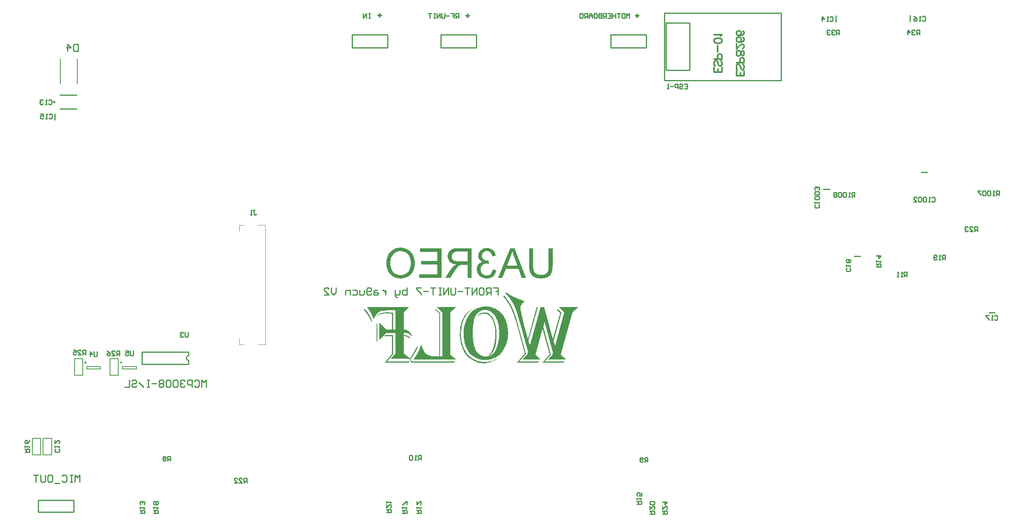
<source format=gbo>
G04*
G04 #@! TF.GenerationSoftware,Altium Limited,Altium Designer,21.5.1 (32)*
G04*
G04 Layer_Color=3326705*
%FSLAX25Y25*%
%MOIN*%
G70*
G04*
G04 #@! TF.SameCoordinates,D9A27908-B339-4E15-AEEB-BE0A6D91D8F4*
G04*
G04*
G04 #@! TF.FilePolarity,Positive*
G04*
G01*
G75*
%ADD10C,0.00787*%
%ADD11C,0.01000*%
%ADD12C,0.00984*%
%ADD14C,0.00394*%
%ADD15C,0.01235*%
%ADD16C,0.01250*%
G36*
X65354Y-77165D02*
X65339Y-77336D01*
X65295Y-77502D01*
X65222Y-77657D01*
X65124Y-77798D01*
X65003Y-77919D01*
X64862Y-78017D01*
X64707Y-78090D01*
X64541Y-78134D01*
X64370Y-78149D01*
X64199Y-78134D01*
X64034Y-78090D01*
X63878Y-78017D01*
X63737Y-77919D01*
X63616Y-77798D01*
X63518Y-77657D01*
X63445Y-77502D01*
X63401Y-77336D01*
X63386Y-77165D01*
X63401Y-76995D01*
X63445Y-76829D01*
X63518Y-76674D01*
X63616Y-76533D01*
X63737Y-76412D01*
X63878Y-76313D01*
X64034Y-76241D01*
X64199Y-76196D01*
X64370Y-76182D01*
X64541Y-76196D01*
X64707Y-76241D01*
X64862Y-76313D01*
X65003Y-76412D01*
X65124Y-76533D01*
X65222Y-76674D01*
X65295Y-76829D01*
X65339Y-76995D01*
X65354Y-77165D01*
D01*
D02*
G37*
G36*
X431334Y-200724D02*
X432318Y-200907D01*
X433156Y-201198D01*
X433885Y-201490D01*
X434214Y-201672D01*
X434469Y-201818D01*
X434724Y-201964D01*
X434906Y-202110D01*
X435052Y-202219D01*
X435161Y-202292D01*
X435234Y-202328D01*
X435271Y-202365D01*
X435963Y-203057D01*
X436510Y-203823D01*
X436947Y-204625D01*
X437312Y-205427D01*
X437531Y-206119D01*
X437640Y-206411D01*
X437713Y-206666D01*
X437749Y-206885D01*
X437786Y-207030D01*
X437822Y-207140D01*
Y-207176D01*
X434724Y-207723D01*
X434578Y-206921D01*
X434359Y-206228D01*
X434104Y-205645D01*
X433849Y-205171D01*
X433594Y-204807D01*
X433375Y-204552D01*
X433229Y-204369D01*
X433193Y-204333D01*
X432719Y-203969D01*
X432209Y-203677D01*
X431735Y-203495D01*
X431261Y-203349D01*
X430824Y-203276D01*
X430496Y-203203D01*
X430204D01*
X429548Y-203239D01*
X428965Y-203385D01*
X428454Y-203568D01*
X428017Y-203750D01*
X427689Y-203969D01*
X427434Y-204151D01*
X427252Y-204296D01*
X427215Y-204333D01*
X426814Y-204770D01*
X426523Y-205244D01*
X426340Y-205718D01*
X426195Y-206155D01*
X426122Y-206556D01*
X426049Y-206848D01*
Y-207067D01*
Y-207103D01*
Y-207140D01*
Y-207540D01*
X426122Y-207905D01*
X426304Y-208525D01*
X426559Y-209071D01*
X426851Y-209545D01*
X427142Y-209873D01*
X427397Y-210128D01*
X427580Y-210274D01*
X427616Y-210311D01*
X427653D01*
X428272Y-210639D01*
X428855Y-210894D01*
X429475Y-211076D01*
X430022Y-211186D01*
X430496Y-211258D01*
X430897Y-211331D01*
X431370D01*
X431516Y-211295D01*
X431699D01*
X432063Y-214029D01*
X431589Y-213919D01*
X431152Y-213846D01*
X430787Y-213773D01*
X430459Y-213737D01*
X430204Y-213701D01*
X429876D01*
X429111Y-213773D01*
X428418Y-213919D01*
X427798Y-214138D01*
X427288Y-214393D01*
X426887Y-214648D01*
X426595Y-214867D01*
X426413Y-215013D01*
X426340Y-215086D01*
X425867Y-215633D01*
X425502Y-216216D01*
X425247Y-216799D01*
X425101Y-217382D01*
X424992Y-217856D01*
X424955Y-218257D01*
X424919Y-218403D01*
Y-218512D01*
Y-218585D01*
Y-218621D01*
X424992Y-219423D01*
X425174Y-220152D01*
X425393Y-220772D01*
X425684Y-221319D01*
X425976Y-221756D01*
X426195Y-222084D01*
X426377Y-222303D01*
X426450Y-222376D01*
X427033Y-222886D01*
X427653Y-223251D01*
X428272Y-223506D01*
X428855Y-223688D01*
X429366Y-223797D01*
X429767Y-223834D01*
X429913Y-223870D01*
X430131D01*
X430787Y-223834D01*
X431407Y-223688D01*
X431954Y-223506D01*
X432391Y-223287D01*
X432756Y-223105D01*
X433047Y-222922D01*
X433193Y-222777D01*
X433266Y-222740D01*
X433703Y-222230D01*
X434068Y-221647D01*
X434396Y-221027D01*
X434651Y-220371D01*
X434833Y-219824D01*
X434906Y-219569D01*
X434943Y-219350D01*
X434979Y-219168D01*
X435015Y-219022D01*
X435052Y-218949D01*
Y-218913D01*
X438150Y-219314D01*
X438077Y-219897D01*
X437968Y-220444D01*
X437640Y-221464D01*
X437239Y-222339D01*
X437020Y-222704D01*
X436801Y-223068D01*
X436583Y-223396D01*
X436364Y-223652D01*
X436182Y-223907D01*
X436000Y-224089D01*
X435890Y-224235D01*
X435781Y-224344D01*
X435708Y-224417D01*
X435672Y-224453D01*
X435234Y-224781D01*
X434797Y-225110D01*
X434359Y-225365D01*
X433885Y-225583D01*
X432974Y-225948D01*
X432099Y-226167D01*
X431699Y-226239D01*
X431334Y-226312D01*
X431006Y-226349D01*
X430714Y-226385D01*
X430496Y-226422D01*
X430168D01*
X429475Y-226385D01*
X428855Y-226312D01*
X428236Y-226203D01*
X427653Y-226057D01*
X427106Y-225875D01*
X426632Y-225693D01*
X426158Y-225474D01*
X425757Y-225255D01*
X425356Y-225073D01*
X425028Y-224854D01*
X424737Y-224672D01*
X424518Y-224490D01*
X424336Y-224344D01*
X424190Y-224235D01*
X424117Y-224162D01*
X424081Y-224125D01*
X423643Y-223688D01*
X423279Y-223214D01*
X422951Y-222740D01*
X422659Y-222266D01*
X422440Y-221829D01*
X422222Y-221355D01*
X421930Y-220480D01*
X421857Y-220079D01*
X421784Y-219715D01*
X421711Y-219387D01*
X421675Y-219095D01*
X421638Y-218877D01*
Y-218694D01*
Y-218585D01*
Y-218548D01*
X421675Y-217674D01*
X421821Y-216872D01*
X422039Y-216179D01*
X422258Y-215596D01*
X422477Y-215122D01*
X422695Y-214758D01*
X422841Y-214539D01*
X422878Y-214466D01*
X423388Y-213919D01*
X423935Y-213445D01*
X424518Y-213081D01*
X425101Y-212789D01*
X425611Y-212571D01*
X426012Y-212425D01*
X426158Y-212388D01*
X426267Y-212352D01*
X426340Y-212316D01*
X426377D01*
X425757Y-211987D01*
X425247Y-211659D01*
X424810Y-211295D01*
X424445Y-210967D01*
X424153Y-210675D01*
X423935Y-210420D01*
X423825Y-210274D01*
X423789Y-210201D01*
X423497Y-209691D01*
X423279Y-209181D01*
X423096Y-208670D01*
X422987Y-208197D01*
X422914Y-207796D01*
X422878Y-207504D01*
Y-207285D01*
Y-207212D01*
X422914Y-206593D01*
X423023Y-205973D01*
X423169Y-205427D01*
X423351Y-204953D01*
X423534Y-204552D01*
X423679Y-204224D01*
X423789Y-204041D01*
X423825Y-203969D01*
X424190Y-203422D01*
X424627Y-202948D01*
X425065Y-202547D01*
X425502Y-202182D01*
X425867Y-201927D01*
X426195Y-201709D01*
X426413Y-201599D01*
X426450Y-201563D01*
X426486D01*
X427142Y-201271D01*
X427798Y-201052D01*
X428454Y-200870D01*
X429038Y-200761D01*
X429511Y-200688D01*
X429913Y-200652D01*
X430824D01*
X431334Y-200724D01*
D02*
G37*
G36*
X485827Y-215341D02*
Y-216070D01*
X485790Y-216762D01*
X485754Y-217419D01*
X485681Y-218038D01*
X485608Y-218585D01*
X485535Y-219095D01*
X485426Y-219569D01*
X485353Y-220006D01*
X485280Y-220407D01*
X485171Y-220735D01*
X485098Y-221027D01*
X485025Y-221246D01*
X484952Y-221428D01*
X484915Y-221574D01*
X484879Y-221647D01*
Y-221683D01*
X484478Y-222485D01*
X483968Y-223214D01*
X483458Y-223797D01*
X482911Y-224307D01*
X482437Y-224709D01*
X482036Y-225000D01*
X481890Y-225073D01*
X481781Y-225146D01*
X481708Y-225219D01*
X481671D01*
X480760Y-225620D01*
X479812Y-225911D01*
X478828Y-226130D01*
X477917Y-226276D01*
X477516Y-226312D01*
X477115Y-226349D01*
X476751Y-226385D01*
X476459D01*
X476204Y-226422D01*
X475876D01*
X474564Y-226349D01*
X473981Y-226276D01*
X473434Y-226203D01*
X472887Y-226094D01*
X472413Y-225984D01*
X471976Y-225875D01*
X471575Y-225729D01*
X471210Y-225583D01*
X470919Y-225474D01*
X470627Y-225365D01*
X470408Y-225255D01*
X470226Y-225146D01*
X470117Y-225110D01*
X470044Y-225037D01*
X470008D01*
X469206Y-224490D01*
X468549Y-223870D01*
X468039Y-223287D01*
X467602Y-222704D01*
X467274Y-222193D01*
X467055Y-221793D01*
X466982Y-221647D01*
X466909Y-221537D01*
X466873Y-221464D01*
Y-221428D01*
X466727Y-220991D01*
X466581Y-220517D01*
X466362Y-219533D01*
X466217Y-218512D01*
X466107Y-217528D01*
X466071Y-217091D01*
X466034Y-216653D01*
Y-216288D01*
X465998Y-215961D01*
Y-215705D01*
Y-215523D01*
Y-215377D01*
Y-215341D01*
Y-200761D01*
X469351D01*
Y-215341D01*
Y-216179D01*
X469424Y-216981D01*
X469497Y-217674D01*
X469606Y-218330D01*
X469716Y-218913D01*
X469862Y-219460D01*
X469971Y-219934D01*
X470117Y-220335D01*
X470263Y-220663D01*
X470408Y-220991D01*
X470554Y-221209D01*
X470664Y-221428D01*
X470773Y-221574D01*
X470846Y-221683D01*
X470882Y-221720D01*
X470919Y-221756D01*
X471247Y-222048D01*
X471611Y-222303D01*
X472413Y-222704D01*
X473251Y-222995D01*
X474126Y-223178D01*
X474928Y-223323D01*
X475256Y-223360D01*
X475584D01*
X475803Y-223396D01*
X476167D01*
X476933Y-223360D01*
X477626Y-223251D01*
X478282Y-223141D01*
X478792Y-222959D01*
X479229Y-222813D01*
X479557Y-222704D01*
X479740Y-222594D01*
X479812Y-222558D01*
X480323Y-222230D01*
X480760Y-221829D01*
X481125Y-221428D01*
X481380Y-221063D01*
X481599Y-220699D01*
X481781Y-220444D01*
X481854Y-220262D01*
X481890Y-220189D01*
X481999Y-219861D01*
X482072Y-219533D01*
X482218Y-218767D01*
X482328Y-217965D01*
X482401Y-217163D01*
X482437Y-216471D01*
Y-216143D01*
X482473Y-215888D01*
Y-215669D01*
Y-215487D01*
Y-215377D01*
Y-215341D01*
Y-200761D01*
X485827D01*
Y-215341D01*
D02*
G37*
G36*
X463191Y-225984D02*
X459656D01*
X456922Y-218330D01*
X446351D01*
X443399Y-225984D01*
X439608D01*
X449924Y-200761D01*
X453569D01*
X463191Y-225984D01*
D02*
G37*
G36*
X417264D02*
X413911D01*
Y-214794D01*
X409610D01*
X409209Y-214830D01*
X408917D01*
X408662Y-214867D01*
X408480Y-214903D01*
X408334D01*
X408261Y-214940D01*
X408225D01*
X407642Y-215122D01*
X407386Y-215231D01*
X407168Y-215341D01*
X406949Y-215450D01*
X406803Y-215523D01*
X406730Y-215560D01*
X406694Y-215596D01*
X406402Y-215815D01*
X406111Y-216070D01*
X405564Y-216617D01*
X405309Y-216872D01*
X405126Y-217091D01*
X405017Y-217236D01*
X404981Y-217273D01*
X404616Y-217783D01*
X404215Y-218330D01*
X403814Y-218913D01*
X403413Y-219460D01*
X403085Y-219970D01*
X402830Y-220371D01*
X402721Y-220517D01*
X402648Y-220626D01*
X402575Y-220699D01*
Y-220735D01*
X399258Y-225984D01*
X395103D01*
X399440Y-219132D01*
X399951Y-218403D01*
X400424Y-217746D01*
X400898Y-217200D01*
X401299Y-216689D01*
X401664Y-216325D01*
X401955Y-216033D01*
X402138Y-215851D01*
X402211Y-215778D01*
X402502Y-215560D01*
X402830Y-215304D01*
X403486Y-214903D01*
X403778Y-214758D01*
X403997Y-214612D01*
X404142Y-214539D01*
X404215Y-214503D01*
X403559Y-214393D01*
X402940Y-214284D01*
X402393Y-214102D01*
X401846Y-213956D01*
X401372Y-213773D01*
X400935Y-213555D01*
X400534Y-213373D01*
X400169Y-213190D01*
X399878Y-212972D01*
X399586Y-212789D01*
X399367Y-212644D01*
X399185Y-212498D01*
X399039Y-212388D01*
X398930Y-212279D01*
X398893Y-212243D01*
X398857Y-212206D01*
X398566Y-211842D01*
X398274Y-211477D01*
X397836Y-210712D01*
X397545Y-209946D01*
X397326Y-209217D01*
X397180Y-208598D01*
X397144Y-208343D01*
Y-208087D01*
X397108Y-207905D01*
Y-207759D01*
Y-207686D01*
Y-207650D01*
X397144Y-206885D01*
X397253Y-206192D01*
X397435Y-205536D01*
X397618Y-204989D01*
X397836Y-204515D01*
X397982Y-204151D01*
X398128Y-203932D01*
X398165Y-203896D01*
Y-203859D01*
X398602Y-203276D01*
X399039Y-202766D01*
X399513Y-202328D01*
X399951Y-202000D01*
X400351Y-201745D01*
X400680Y-201599D01*
X400898Y-201490D01*
X400935Y-201453D01*
X400971D01*
X401299Y-201344D01*
X401700Y-201235D01*
X402502Y-201052D01*
X403377Y-200943D01*
X404179Y-200834D01*
X404944Y-200797D01*
X405272D01*
X405564Y-200761D01*
X417264D01*
Y-225984D01*
D02*
G37*
G36*
X391822D02*
X372978D01*
Y-222995D01*
X388469D01*
Y-214430D01*
X374509D01*
Y-211441D01*
X388469D01*
Y-203750D01*
X373561D01*
Y-200761D01*
X391822D01*
Y-225984D01*
D02*
G37*
G36*
X358288Y-200360D02*
X359200Y-200469D01*
X360074Y-200652D01*
X360913Y-200870D01*
X361678Y-201162D01*
X362407Y-201453D01*
X363063Y-201781D01*
X363646Y-202110D01*
X364193Y-202438D01*
X364667Y-202766D01*
X365068Y-203057D01*
X365396Y-203349D01*
X365651Y-203568D01*
X365870Y-203750D01*
X365979Y-203859D01*
X366016Y-203896D01*
X366599Y-204588D01*
X367109Y-205317D01*
X367583Y-206119D01*
X367948Y-206921D01*
X368275Y-207759D01*
X368567Y-208561D01*
X368786Y-209363D01*
X368932Y-210128D01*
X369077Y-210858D01*
X369187Y-211550D01*
X369260Y-212170D01*
X369333Y-212680D01*
Y-213117D01*
X369369Y-213445D01*
Y-213664D01*
Y-213701D01*
Y-213737D01*
X369296Y-214976D01*
X369150Y-216106D01*
X368932Y-217200D01*
X368786Y-217674D01*
X368640Y-218147D01*
X368531Y-218548D01*
X368385Y-218913D01*
X368275Y-219241D01*
X368166Y-219533D01*
X368093Y-219751D01*
X368020Y-219897D01*
X367948Y-220006D01*
Y-220043D01*
X367328Y-221100D01*
X366672Y-222011D01*
X365943Y-222813D01*
X365250Y-223469D01*
X364631Y-224016D01*
X364375Y-224235D01*
X364157Y-224380D01*
X363938Y-224526D01*
X363792Y-224636D01*
X363719Y-224672D01*
X363683Y-224709D01*
X363136Y-225000D01*
X362589Y-225255D01*
X361496Y-225693D01*
X360439Y-225984D01*
X359455Y-226203D01*
X358981Y-226276D01*
X358580Y-226312D01*
X358215Y-226385D01*
X357887D01*
X357669Y-226422D01*
X357304D01*
X356101Y-226349D01*
X354971Y-226167D01*
X353914Y-225948D01*
X353440Y-225802D01*
X353003Y-225656D01*
X352602Y-225510D01*
X352238Y-225365D01*
X351946Y-225255D01*
X351691Y-225146D01*
X351472Y-225037D01*
X351290Y-224964D01*
X351217Y-224891D01*
X351181D01*
X350160Y-224235D01*
X349285Y-223506D01*
X348556Y-222740D01*
X347936Y-222011D01*
X347426Y-221319D01*
X347244Y-221063D01*
X347098Y-220808D01*
X346952Y-220590D01*
X346879Y-220444D01*
X346807Y-220335D01*
Y-220298D01*
X346515Y-219715D01*
X346296Y-219132D01*
X345895Y-217965D01*
X345604Y-216799D01*
X345421Y-215742D01*
X345385Y-215268D01*
X345312Y-214830D01*
X345276Y-214430D01*
Y-214102D01*
X345239Y-213810D01*
Y-213628D01*
Y-213482D01*
Y-213445D01*
X345312Y-212060D01*
X345458Y-210785D01*
X345567Y-210201D01*
X345713Y-209618D01*
X345859Y-209108D01*
X345968Y-208634D01*
X346114Y-208197D01*
X346260Y-207796D01*
X346369Y-207468D01*
X346515Y-207176D01*
X346588Y-206957D01*
X346661Y-206811D01*
X346734Y-206702D01*
Y-206666D01*
X347317Y-205609D01*
X348009Y-204661D01*
X348738Y-203859D01*
X349394Y-203203D01*
X350014Y-202693D01*
X350306Y-202474D01*
X350524Y-202292D01*
X350743Y-202182D01*
X350889Y-202073D01*
X350962Y-202037D01*
X350998Y-202000D01*
X351545Y-201709D01*
X352092Y-201453D01*
X353149Y-201016D01*
X354242Y-200724D01*
X355190Y-200542D01*
X355627Y-200469D01*
X356065Y-200396D01*
X356393Y-200360D01*
X356721D01*
X356976Y-200324D01*
X357304D01*
X358288Y-200360D01*
D02*
G37*
G36*
X327738Y-252950D02*
X328613Y-253971D01*
X329342Y-254918D01*
X329998Y-255866D01*
X330581Y-256814D01*
X331091Y-257689D01*
X331893Y-259292D01*
X332258Y-260021D01*
X332550Y-260678D01*
X332768Y-261261D01*
X332914Y-261771D01*
X333060Y-262208D01*
X333133Y-262500D01*
X333206Y-262646D01*
Y-262719D01*
X332477Y-263156D01*
X332185Y-262281D01*
X331821Y-261334D01*
X330946Y-259511D01*
X329925Y-257762D01*
X328832Y-256158D01*
X328321Y-255429D01*
X327811Y-254700D01*
X327374Y-254117D01*
X327009Y-253606D01*
X326645Y-253242D01*
X326426Y-252877D01*
X326280Y-252731D01*
X326207Y-252659D01*
X326863Y-252002D01*
X327738Y-252950D01*
D02*
G37*
G36*
X360033Y-254918D02*
Y-269498D01*
X360981Y-269644D01*
X361855Y-269863D01*
X362657Y-270082D01*
X363313Y-270446D01*
X363969Y-270811D01*
X364553Y-271248D01*
X365427Y-272123D01*
X366084Y-272998D01*
X366594Y-273727D01*
X366740Y-274018D01*
X366812Y-274237D01*
X366885Y-274383D01*
Y-274456D01*
X366667Y-275039D01*
X365792Y-274164D01*
X364844Y-273508D01*
X363896Y-272998D01*
X363022Y-272706D01*
X362293Y-272487D01*
X361637Y-272414D01*
X361272Y-272341D01*
X360470D01*
X360179Y-272414D01*
X360033D01*
Y-274091D01*
X361199Y-274164D01*
X362293Y-274456D01*
X363240Y-274747D01*
X363969Y-275185D01*
X364626Y-275549D01*
X365063Y-275914D01*
X365354Y-276205D01*
X365427Y-276278D01*
X364698Y-277007D01*
X363896Y-276351D01*
X363168Y-275841D01*
X362366Y-275549D01*
X361637Y-275257D01*
X360981Y-275112D01*
X360470Y-275039D01*
X360033D01*
Y-289838D01*
X365261Y-293926D01*
X366229Y-292535D01*
X367250Y-290931D01*
X368198Y-289327D01*
X369000Y-287869D01*
X369728Y-286630D01*
X369947Y-286120D01*
X370166Y-285682D01*
X370385Y-285318D01*
X370530Y-285026D01*
X370603Y-284880D01*
Y-284807D01*
X370895Y-284224D01*
X371988Y-283787D01*
X371843Y-284151D01*
X370895Y-286265D01*
X369947Y-288234D01*
X368927Y-289983D01*
X367906Y-291514D01*
X367469Y-292170D01*
X367031Y-292826D01*
X366667Y-293337D01*
X366375Y-293774D01*
X366084Y-294139D01*
X365865Y-294357D01*
X365792Y-294503D01*
X365719Y-294576D01*
X366740Y-296690D01*
X403335D01*
X402461Y-297638D01*
X366375D01*
X364844Y-294576D01*
X365019Y-294284D01*
X348733D01*
X353107Y-289838D01*
Y-272414D01*
X345234D01*
X339402Y-278173D01*
Y-263739D01*
X344942Y-269498D01*
X350118D01*
Y-256158D01*
X349317Y-256085D01*
X348587Y-256012D01*
X348004D01*
X347494Y-255939D01*
X345015D01*
X343776Y-256012D01*
X342683Y-256085D01*
X341881Y-256231D01*
X341225Y-256304D01*
X340714Y-256449D01*
X340423Y-256522D01*
X340350D01*
X339621Y-256814D01*
X338965Y-257105D01*
X338309Y-257470D01*
X337798Y-257834D01*
X337361Y-258199D01*
X336996Y-258490D01*
X336778Y-258709D01*
X336705Y-258782D01*
X337069Y-258126D01*
X337580Y-257543D01*
X338163Y-257032D01*
X338819Y-256595D01*
X340204Y-255939D01*
X341735Y-255502D01*
X343120Y-255283D01*
X343776Y-255210D01*
X344359Y-255137D01*
X344797Y-255064D01*
X347202D01*
X347931Y-255137D01*
X349244D01*
X349681Y-255210D01*
X350045D01*
X350993Y-255283D01*
Y-269498D01*
X353107D01*
Y-253387D01*
X346546D01*
X344724Y-253460D01*
X343120Y-253606D01*
X341881Y-253825D01*
X340787Y-254044D01*
X340058Y-254335D01*
X339475Y-254554D01*
X339110Y-254700D01*
X339038Y-254773D01*
X338600Y-255064D01*
X338163Y-255429D01*
X337361Y-256304D01*
X336632Y-257324D01*
X335903Y-258345D01*
X335320Y-259292D01*
X334882Y-260167D01*
X334736Y-260459D01*
X334591Y-260678D01*
X334518Y-260823D01*
Y-260896D01*
X334226Y-260167D01*
X333716Y-258928D01*
X333278Y-257834D01*
X332914Y-256960D01*
X332550Y-256231D01*
X332331Y-255720D01*
X332112Y-255283D01*
X332039Y-255064D01*
X331966Y-254991D01*
X331529Y-254335D01*
X331091Y-253606D01*
X330581Y-252804D01*
X330071Y-252075D01*
X329561Y-251492D01*
X329196Y-250909D01*
X328905Y-250617D01*
X328832Y-250471D01*
X364698D01*
X360033Y-254918D01*
D02*
G37*
G36*
X337798Y-279340D02*
X336851Y-279850D01*
Y-264906D01*
X337798Y-264395D01*
Y-279340D01*
D02*
G37*
G36*
X399472Y-254918D02*
Y-290931D01*
X404283Y-294795D01*
X368198D01*
X368854Y-294066D01*
X369437Y-293264D01*
X370093Y-292316D01*
X370676Y-291368D01*
X371843Y-289254D01*
X372863Y-287067D01*
X373301Y-286047D01*
X373665Y-285099D01*
X374030Y-284224D01*
X374321Y-283495D01*
X374613Y-282839D01*
X374759Y-282402D01*
X374832Y-282037D01*
X374904Y-281964D01*
X375123Y-282985D01*
X375342Y-283933D01*
X375925Y-285609D01*
X376508Y-286994D01*
X377164Y-288088D01*
X377748Y-288890D01*
X378258Y-289546D01*
X378549Y-289838D01*
X378695Y-289983D01*
X379862Y-290785D01*
X381174Y-291368D01*
X382559Y-291806D01*
X383871Y-292097D01*
X385110Y-292243D01*
X385621Y-292316D01*
X386058D01*
X386495Y-292389D01*
X388026D01*
X388974Y-292316D01*
X389922D01*
Y-256012D01*
X386641Y-252586D01*
X387079Y-251857D01*
X390797Y-255574D01*
Y-292316D01*
X391161Y-292243D01*
X392400Y-292170D01*
X392619D01*
Y-255210D01*
X387808Y-250471D01*
X404283D01*
X399472Y-254918D01*
D02*
G37*
G36*
X447513Y-238808D02*
X448606Y-239536D01*
X449773Y-240193D01*
X450866Y-240776D01*
X451887Y-241359D01*
X452689Y-241796D01*
X453053Y-241942D01*
X453272Y-242088D01*
X453418Y-242161D01*
X453491D01*
X455167Y-242963D01*
X456771Y-243619D01*
X458229Y-244202D01*
X459541Y-244712D01*
X460635Y-245150D01*
X461072Y-245296D01*
X461437Y-245441D01*
X461728Y-245514D01*
X461947Y-245587D01*
X462093Y-245660D01*
X462166D01*
X461583Y-246097D01*
X460999Y-246535D01*
X460124Y-247483D01*
X459541Y-248430D01*
X459104Y-249305D01*
X458812Y-250180D01*
X458739Y-250836D01*
X458667Y-251273D01*
Y-251346D01*
Y-251419D01*
Y-252148D01*
X458812Y-253023D01*
X458958Y-253971D01*
X459177Y-255064D01*
X459614Y-257470D01*
X460197Y-259876D01*
X460489Y-261042D01*
X460781Y-262136D01*
X460999Y-263156D01*
X461218Y-264031D01*
X461437Y-264760D01*
X461583Y-265270D01*
X461655Y-265635D01*
X461728Y-265780D01*
X465009Y-277445D01*
X472372Y-250471D01*
X473392D01*
X465446Y-279121D01*
X466540Y-283058D01*
X475506Y-250471D01*
X478787D01*
X486150Y-277445D01*
X492201Y-255720D01*
X489357Y-253169D01*
X490159Y-252586D01*
X493294Y-255356D01*
X486587Y-279121D01*
X487826Y-283349D01*
X495773Y-254845D01*
X491034Y-250471D01*
X507801D01*
X502698Y-254845D01*
X492638Y-291004D01*
X497376Y-294795D01*
X481557D01*
X485639Y-291004D01*
X486150Y-288890D01*
X479078Y-263010D01*
X477912Y-267166D01*
X484473Y-290785D01*
X479297Y-296690D01*
X495773D01*
X495044Y-297638D01*
X477402D01*
X483307Y-290566D01*
X477402Y-268915D01*
X471278Y-291004D01*
X475798Y-294795D01*
X460052D01*
X464280Y-291004D01*
X465009Y-288307D01*
X459031Y-266582D01*
X458448Y-264395D01*
X457792Y-262354D01*
X457281Y-260459D01*
X456698Y-258709D01*
X456188Y-257178D01*
X455751Y-255720D01*
X455313Y-254408D01*
X454876Y-253315D01*
X454511Y-252294D01*
X454220Y-251492D01*
X453928Y-250763D01*
X453709Y-250180D01*
X453491Y-249743D01*
X453345Y-249378D01*
X453272Y-249232D01*
Y-249159D01*
X452251Y-247191D01*
X451085Y-245296D01*
X449846Y-243546D01*
X448679Y-241942D01*
X448169Y-241213D01*
X447659Y-240630D01*
X447148Y-240047D01*
X446784Y-239536D01*
X446419Y-239172D01*
X446201Y-238880D01*
X446055Y-238735D01*
X445982Y-238662D01*
X446565Y-238151D01*
X447513Y-238808D01*
D02*
G37*
G36*
X430673Y-250107D02*
X432204Y-250326D01*
X433589Y-250617D01*
X434901Y-250982D01*
X436140Y-251492D01*
X437307Y-252002D01*
X438327Y-252586D01*
X439275Y-253096D01*
X440150Y-253679D01*
X440879Y-254262D01*
X441535Y-254773D01*
X442045Y-255283D01*
X442483Y-255647D01*
X442774Y-255939D01*
X442920Y-256158D01*
X442993Y-256231D01*
X443868Y-257397D01*
X444670Y-258709D01*
X445399Y-260021D01*
X445982Y-261406D01*
X446492Y-262792D01*
X446930Y-264177D01*
X447221Y-265489D01*
X447513Y-266801D01*
X447731Y-268040D01*
X447877Y-269134D01*
X448023Y-270155D01*
X448096Y-271029D01*
X448169Y-271758D01*
Y-272341D01*
Y-272633D01*
Y-272779D01*
X448096Y-274966D01*
X447877Y-277080D01*
X447440Y-278975D01*
X447003Y-280798D01*
X446419Y-282475D01*
X445763Y-283933D01*
X445107Y-285318D01*
X444378Y-286557D01*
X443722Y-287650D01*
X443066Y-288598D01*
X442410Y-289400D01*
X441827Y-290056D01*
X441316Y-290566D01*
X440952Y-290931D01*
X440733Y-291150D01*
X440660Y-291223D01*
X439640Y-291952D01*
X438692Y-292608D01*
X437671Y-293118D01*
X436651Y-293628D01*
X435630Y-293993D01*
X434682Y-294357D01*
X432787Y-294868D01*
X431985Y-295013D01*
X431256Y-295159D01*
X430527Y-295232D01*
X429944Y-295305D01*
X429506Y-295378D01*
X428850D01*
X427319Y-295305D01*
X425862Y-295086D01*
X424549Y-294795D01*
X423237Y-294430D01*
X422071Y-293993D01*
X420977Y-293482D01*
X420029Y-292972D01*
X419082Y-292389D01*
X418280Y-291879D01*
X417551Y-291368D01*
X416968Y-290858D01*
X416457Y-290421D01*
X416093Y-289983D01*
X415801Y-289692D01*
X415656Y-289546D01*
X415583Y-289473D01*
X414708Y-288307D01*
X413906Y-287067D01*
X413250Y-285755D01*
X412667Y-284443D01*
X412156Y-283131D01*
X411792Y-281746D01*
X411427Y-280433D01*
X411209Y-279194D01*
X410990Y-278028D01*
X410844Y-276934D01*
X410698Y-275914D01*
X410625Y-275112D01*
X410553Y-274383D01*
Y-273872D01*
Y-273581D01*
Y-273435D01*
X410625Y-271467D01*
X410771Y-269644D01*
X410990Y-267895D01*
X411354Y-266291D01*
X411719Y-264760D01*
X412156Y-263375D01*
X412594Y-262136D01*
X413104Y-260969D01*
X413541Y-259948D01*
X414052Y-259001D01*
X414489Y-258272D01*
X414854Y-257616D01*
X415218Y-257105D01*
X415437Y-256741D01*
X415583Y-256522D01*
X415656Y-256449D01*
X416603Y-255283D01*
X417697Y-254335D01*
X418790Y-253460D01*
X419884Y-252731D01*
X420977Y-252148D01*
X422144Y-251565D01*
X423164Y-251201D01*
X424258Y-250836D01*
X425205Y-250544D01*
X426153Y-250399D01*
X426955Y-250253D01*
X427684Y-250107D01*
X428267D01*
X428705Y-250034D01*
X429069D01*
X430673Y-250107D01*
D02*
G37*
G36*
X446274Y-242598D02*
X447659Y-244494D01*
X448825Y-246243D01*
X449846Y-247847D01*
X450210Y-248576D01*
X450575Y-249232D01*
X450939Y-249815D01*
X451158Y-250326D01*
X451376Y-250763D01*
X451522Y-251055D01*
X451668Y-251201D01*
Y-251273D01*
X452178Y-252367D01*
X452616Y-253533D01*
X453563Y-256085D01*
X454511Y-258709D01*
X455313Y-261261D01*
X455678Y-262427D01*
X456042Y-263521D01*
X456334Y-264541D01*
X456552Y-265416D01*
X456771Y-266072D01*
X456917Y-266655D01*
X457063Y-266947D01*
Y-267093D01*
X463405Y-290275D01*
X457792Y-296690D01*
X474267D01*
X473465Y-297638D01*
X455678D01*
X462384Y-289910D01*
X456261Y-267603D01*
X455751Y-265708D01*
X455240Y-263958D01*
X454730Y-262281D01*
X454220Y-260750D01*
X453709Y-259292D01*
X453272Y-257980D01*
X452835Y-256814D01*
X452470Y-255720D01*
X452106Y-254773D01*
X451741Y-253898D01*
X451522Y-253242D01*
X451231Y-252659D01*
X451085Y-252148D01*
X450939Y-251857D01*
X450793Y-251638D01*
Y-251565D01*
X449700Y-249451D01*
X448606Y-247555D01*
X447440Y-245806D01*
X446346Y-244275D01*
X445836Y-243619D01*
X445399Y-243036D01*
X444961Y-242525D01*
X444597Y-242088D01*
X444305Y-241723D01*
X444087Y-241505D01*
X444014Y-241359D01*
X443941Y-241286D01*
X444743Y-240703D01*
X446274Y-242598D01*
D02*
G37*
G36*
X350993Y-290566D02*
X346036Y-296690D01*
X364990D01*
X364115Y-297638D01*
X344068D01*
X350118Y-290129D01*
Y-275330D01*
X343047D01*
X344068Y-274383D01*
X350993D01*
Y-290566D01*
D02*
G37*
G36*
X418061Y-252221D02*
X416385Y-253387D01*
X414926Y-254700D01*
X413760Y-256085D01*
X412667Y-257470D01*
X411865Y-258709D01*
X411573Y-259292D01*
X411281Y-259730D01*
X411136Y-260167D01*
X410990Y-260459D01*
X410844Y-260605D01*
Y-260678D01*
X409969Y-262864D01*
X409386Y-265124D01*
X408949Y-267311D01*
X408584Y-269353D01*
X408511Y-270300D01*
X408438Y-271175D01*
X408365Y-271904D01*
Y-272633D01*
X408293Y-273143D01*
Y-273508D01*
Y-273799D01*
Y-273872D01*
X408365Y-275695D01*
X408511Y-277517D01*
X408803Y-279194D01*
X409167Y-280725D01*
X409605Y-282256D01*
X410042Y-283641D01*
X410553Y-284880D01*
X411063Y-286047D01*
X411646Y-287067D01*
X412156Y-287942D01*
X412594Y-288744D01*
X413031Y-289400D01*
X413396Y-289910D01*
X413687Y-290275D01*
X413833Y-290494D01*
X413906Y-290566D01*
X414999Y-291733D01*
X416093Y-292681D01*
X417259Y-293555D01*
X418426Y-294284D01*
X419665Y-294940D01*
X420831Y-295451D01*
X421998Y-295888D01*
X423091Y-296253D01*
X424112Y-296544D01*
X425060Y-296690D01*
X425934Y-296836D01*
X426663Y-296982D01*
X427247D01*
X427757Y-297055D01*
X428121D01*
X430454Y-296909D01*
X432495Y-296544D01*
X434391Y-296107D01*
X435193Y-295815D01*
X435922Y-295524D01*
X436578Y-295232D01*
X437161Y-294940D01*
X437671Y-294722D01*
X438109Y-294503D01*
X438400Y-294284D01*
X438619Y-294139D01*
X438765Y-293993D01*
X438838D01*
Y-294139D01*
X437890Y-294795D01*
X436869Y-295451D01*
X435922Y-295961D01*
X434974Y-296398D01*
X433151Y-297128D01*
X431475Y-297565D01*
X430673Y-297711D01*
X430017Y-297856D01*
X429434Y-297929D01*
X428923Y-298002D01*
X428486Y-298075D01*
X427903D01*
X426226Y-298002D01*
X424622Y-297784D01*
X423091Y-297419D01*
X421706Y-296982D01*
X420321Y-296471D01*
X419155Y-295961D01*
X417988Y-295305D01*
X416968Y-294649D01*
X416093Y-294066D01*
X415291Y-293410D01*
X414635Y-292899D01*
X414052Y-292316D01*
X413614Y-291952D01*
X413323Y-291587D01*
X413104Y-291368D01*
X413031Y-291296D01*
X412010Y-289983D01*
X411136Y-288525D01*
X410407Y-287067D01*
X409751Y-285609D01*
X409167Y-284078D01*
X408730Y-282620D01*
X408365Y-281089D01*
X408074Y-279704D01*
X407855Y-278392D01*
X407636Y-277153D01*
X407491Y-276059D01*
X407418Y-275112D01*
X407345Y-274383D01*
Y-273799D01*
Y-273435D01*
Y-273289D01*
X407491Y-270519D01*
X407782Y-267968D01*
X408001Y-266801D01*
X408293Y-265708D01*
X408511Y-264687D01*
X408803Y-263739D01*
X409094Y-262937D01*
X409313Y-262136D01*
X409605Y-261479D01*
X409824Y-260969D01*
X409969Y-260532D01*
X410115Y-260240D01*
X410261Y-260021D01*
Y-259948D01*
X410844Y-258928D01*
X411427Y-257980D01*
X412010Y-257032D01*
X412667Y-256231D01*
X413323Y-255502D01*
X413979Y-254845D01*
X415218Y-253752D01*
X416312Y-252877D01*
X416822Y-252586D01*
X417259Y-252294D01*
X417551Y-252075D01*
X417842Y-251929D01*
X417988Y-251857D01*
X418061D01*
Y-252221D01*
D02*
G37*
%LPC*%
G36*
X451819Y-203385D02*
X451564Y-204224D01*
X451272Y-205098D01*
X450981Y-205973D01*
X450689Y-206811D01*
X450543Y-207176D01*
X450434Y-207540D01*
X450324Y-207869D01*
X450215Y-208124D01*
X450142Y-208343D01*
X450069Y-208525D01*
X450033Y-208634D01*
Y-208670D01*
X447408Y-215596D01*
X455938D01*
X453204Y-208233D01*
X452876Y-207322D01*
X452621Y-206447D01*
X452366Y-205645D01*
X452183Y-204916D01*
X452038Y-204296D01*
X451965Y-204041D01*
X451928Y-203786D01*
X451855Y-203640D01*
Y-203495D01*
X451819Y-203422D01*
Y-203385D01*
D02*
G37*
G36*
X413911Y-203568D02*
X405965D01*
X404981Y-203604D01*
X404142Y-203750D01*
X403413Y-203932D01*
X402867Y-204151D01*
X402393Y-204369D01*
X402101Y-204552D01*
X401919Y-204697D01*
X401846Y-204734D01*
X401409Y-205208D01*
X401081Y-205682D01*
X400862Y-206192D01*
X400680Y-206629D01*
X400607Y-207067D01*
X400570Y-207395D01*
X400534Y-207613D01*
Y-207650D01*
Y-207686D01*
X400570Y-208124D01*
X400643Y-208561D01*
X400752Y-208926D01*
X400862Y-209254D01*
X401008Y-209545D01*
X401117Y-209764D01*
X401190Y-209910D01*
X401226Y-209946D01*
X401481Y-210311D01*
X401810Y-210639D01*
X402138Y-210894D01*
X402466Y-211113D01*
X402757Y-211258D01*
X402976Y-211368D01*
X403122Y-211441D01*
X403195Y-211477D01*
X403705Y-211623D01*
X404288Y-211732D01*
X404871Y-211805D01*
X405454Y-211842D01*
X405965Y-211878D01*
X406402Y-211915D01*
X413911D01*
Y-203568D01*
D02*
G37*
G36*
X357632Y-203203D02*
X357304D01*
X356393Y-203239D01*
X355518Y-203385D01*
X354753Y-203604D01*
X354097Y-203823D01*
X353550Y-204078D01*
X353331Y-204187D01*
X353149Y-204260D01*
X352966Y-204369D01*
X352857Y-204406D01*
X352821Y-204479D01*
X352784D01*
X352092Y-204989D01*
X351472Y-205572D01*
X350925Y-206155D01*
X350488Y-206739D01*
X350160Y-207249D01*
X349905Y-207686D01*
X349832Y-207832D01*
X349759Y-207942D01*
X349723Y-208014D01*
Y-208051D01*
X349358Y-208926D01*
X349103Y-209873D01*
X348921Y-210748D01*
X348811Y-211586D01*
X348738Y-211987D01*
X348702Y-212316D01*
Y-212644D01*
X348665Y-212899D01*
Y-213117D01*
Y-213263D01*
Y-213373D01*
Y-213409D01*
X348702Y-214284D01*
X348775Y-215122D01*
X348884Y-215924D01*
X349030Y-216653D01*
X349249Y-217309D01*
X349431Y-217929D01*
X349650Y-218512D01*
X349868Y-219022D01*
X350123Y-219460D01*
X350342Y-219861D01*
X350524Y-220189D01*
X350707Y-220444D01*
X350889Y-220663D01*
X350998Y-220845D01*
X351071Y-220918D01*
X351108Y-220954D01*
X351581Y-221428D01*
X352092Y-221829D01*
X352602Y-222157D01*
X353112Y-222485D01*
X353623Y-222740D01*
X354169Y-222922D01*
X354643Y-223105D01*
X355153Y-223251D01*
X355591Y-223360D01*
X356028Y-223433D01*
X356393Y-223506D01*
X356721Y-223542D01*
X356976D01*
X357158Y-223579D01*
X357341D01*
X358033Y-223542D01*
X358689Y-223469D01*
X359272Y-223323D01*
X359856Y-223178D01*
X360402Y-222959D01*
X360913Y-222740D01*
X361386Y-222521D01*
X361824Y-222266D01*
X362188Y-222011D01*
X362516Y-221793D01*
X362808Y-221574D01*
X363063Y-221355D01*
X363245Y-221209D01*
X363391Y-221063D01*
X363464Y-220991D01*
X363501Y-220954D01*
X363938Y-220444D01*
X364302Y-219897D01*
X364631Y-219314D01*
X364922Y-218731D01*
X365141Y-218111D01*
X365359Y-217528D01*
X365651Y-216361D01*
X365724Y-215851D01*
X365797Y-215341D01*
X365870Y-214903D01*
X365906Y-214539D01*
X365943Y-214211D01*
Y-213956D01*
Y-213810D01*
Y-213773D01*
X365906Y-212753D01*
X365833Y-211805D01*
X365724Y-210894D01*
X365542Y-210092D01*
X365359Y-209363D01*
X365141Y-208707D01*
X364886Y-208087D01*
X364667Y-207577D01*
X364412Y-207103D01*
X364193Y-206702D01*
X363974Y-206374D01*
X363792Y-206119D01*
X363610Y-205900D01*
X363501Y-205754D01*
X363428Y-205682D01*
X363391Y-205645D01*
X362917Y-205208D01*
X362407Y-204843D01*
X361897Y-204515D01*
X361350Y-204224D01*
X360840Y-204005D01*
X360329Y-203786D01*
X359382Y-203495D01*
X358944Y-203422D01*
X358543Y-203349D01*
X358215Y-203276D01*
X357887Y-203239D01*
X357632Y-203203D01*
D02*
G37*
G36*
X429215Y-252950D02*
X429069D01*
X428121Y-253023D01*
X427247Y-253169D01*
X426372Y-253387D01*
X425570Y-253679D01*
X424185Y-254408D01*
X423018Y-255210D01*
X422144Y-256012D01*
X421488Y-256741D01*
X421269Y-257032D01*
X421123Y-257251D01*
X420977Y-257397D01*
Y-257470D01*
X420467Y-258345D01*
X420029Y-259365D01*
X419665Y-260459D01*
X419373Y-261698D01*
X418863Y-264177D01*
X418572Y-266728D01*
X418426Y-267968D01*
X418353Y-269061D01*
X418280Y-270082D01*
Y-270956D01*
X418207Y-271758D01*
Y-272269D01*
Y-272633D01*
Y-272779D01*
Y-274529D01*
X418353Y-276205D01*
X418499Y-277736D01*
X418644Y-279194D01*
X418863Y-280506D01*
X419082Y-281673D01*
X419373Y-282766D01*
X419592Y-283787D01*
X419884Y-284662D01*
X420175Y-285391D01*
X420394Y-286047D01*
X420613Y-286557D01*
X420758Y-286994D01*
X420904Y-287286D01*
X421050Y-287432D01*
Y-287505D01*
X421633Y-288380D01*
X422217Y-289108D01*
X422873Y-289765D01*
X423529Y-290348D01*
X424185Y-290858D01*
X424914Y-291223D01*
X426226Y-291806D01*
X427392Y-292170D01*
X427903Y-292316D01*
X428340Y-292389D01*
X428705Y-292462D01*
X429215D01*
X430235Y-292389D01*
X431256Y-292243D01*
X432131Y-292024D01*
X433006Y-291660D01*
X433808Y-291223D01*
X434537Y-290712D01*
X435849Y-289473D01*
X437015Y-288088D01*
X437890Y-286484D01*
X438692Y-284735D01*
X439275Y-282985D01*
X439785Y-281235D01*
X440150Y-279486D01*
X440369Y-277882D01*
X440514Y-276497D01*
X440660Y-275257D01*
Y-274747D01*
X440733Y-274310D01*
Y-273945D01*
Y-273727D01*
Y-273581D01*
Y-273508D01*
Y-271613D01*
X440587Y-269863D01*
X440442Y-268259D01*
X440223Y-266728D01*
X439931Y-265270D01*
X439640Y-263958D01*
X439275Y-262719D01*
X438911Y-261625D01*
X438473Y-260605D01*
X438036Y-259657D01*
X437526Y-258782D01*
X437015Y-257980D01*
X436505Y-257251D01*
X435995Y-256595D01*
X434901Y-255502D01*
X433808Y-254700D01*
X432787Y-254044D01*
X431766Y-253606D01*
X430892Y-253242D01*
X430163Y-253096D01*
X429579Y-253023D01*
X429215Y-252950D01*
D02*
G37*
%LPD*%
G36*
X429361Y-255210D02*
X430163Y-255356D01*
X430965Y-255574D01*
X431766Y-255939D01*
X432422Y-256376D01*
X433079Y-256887D01*
X434245Y-258126D01*
X435193Y-259584D01*
X435995Y-261188D01*
X436651Y-262937D01*
X437234Y-264687D01*
X437598Y-266510D01*
X437963Y-268259D01*
X438182Y-269863D01*
X438327Y-271321D01*
X438400Y-272560D01*
Y-273071D01*
X438473Y-273508D01*
Y-273799D01*
Y-274091D01*
Y-274237D01*
Y-274310D01*
X438400Y-276715D01*
X438327Y-277882D01*
X438254Y-278903D01*
X438109Y-279850D01*
X438036Y-280725D01*
X437890Y-281600D01*
X437744Y-282329D01*
X437598Y-282985D01*
X437453Y-283568D01*
X437380Y-284005D01*
X437234Y-284443D01*
X437161Y-284735D01*
X437088Y-284953D01*
X437015Y-285099D01*
Y-285172D01*
X436359Y-286557D01*
X435630Y-287796D01*
X434828Y-288963D01*
X434026Y-289838D01*
X433297Y-290566D01*
X432714Y-291150D01*
X432277Y-291441D01*
X432204Y-291587D01*
X432131D01*
X431839Y-291223D01*
X432787Y-290348D01*
X433662Y-289254D01*
X434391Y-288015D01*
X435047Y-286703D01*
X435557Y-285318D01*
X435995Y-283860D01*
X436359Y-282402D01*
X436651Y-280944D01*
X436942Y-279559D01*
X437088Y-278246D01*
X437234Y-277007D01*
X437307Y-275987D01*
Y-275112D01*
X437380Y-274456D01*
Y-274018D01*
Y-273872D01*
Y-272269D01*
X437307Y-270738D01*
X437161Y-269280D01*
X437015Y-267968D01*
X436797Y-266728D01*
X436578Y-265562D01*
X436286Y-264541D01*
X435995Y-263521D01*
X435630Y-262646D01*
X435266Y-261844D01*
X434537Y-260386D01*
X433735Y-259220D01*
X432860Y-258272D01*
X431985Y-257470D01*
X431183Y-256960D01*
X430454Y-256522D01*
X429725Y-256304D01*
X429142Y-256158D01*
X428705Y-256012D01*
X428340D01*
X427247Y-256085D01*
X426226Y-256304D01*
X425205Y-256595D01*
X424258Y-256887D01*
X423456Y-257251D01*
X422873Y-257543D01*
X422435Y-257762D01*
X422289Y-257834D01*
X421706Y-258199D01*
X422581Y-257178D01*
X423674Y-256449D01*
X424768Y-255866D01*
X425862Y-255502D01*
X426882Y-255283D01*
X427684Y-255210D01*
X427976Y-255137D01*
X428413D01*
X429361Y-255210D01*
D02*
G37*
D10*
X69638Y-61713D02*
Y-40650D01*
X83906Y-61713D02*
Y-40650D01*
X118661Y-308268D02*
Y-294094D01*
X111575Y-308268D02*
Y-294094D01*
Y-308268D02*
X118661D01*
X111575Y-294094D02*
X118661D01*
X88740Y-308268D02*
Y-294094D01*
X81653Y-308268D02*
Y-294094D01*
Y-308268D02*
X88740D01*
X81653Y-294094D02*
X88740D01*
X46063Y-361417D02*
X53150D01*
X46063Y-375590D02*
X53150D01*
X46063D02*
Y-361417D01*
X53150Y-375590D02*
Y-361417D01*
X62205Y-375590D02*
Y-361417D01*
X55118Y-375590D02*
Y-361417D01*
Y-375590D02*
X62205D01*
X55118Y-361417D02*
X62205D01*
X122008Y-302953D02*
Y-300984D01*
X133819Y-302953D02*
Y-300984D01*
X122008D02*
X133819D01*
X122008Y-302953D02*
X133819D01*
X91890D02*
X103701D01*
X91890Y-300984D02*
X103701D01*
Y-302953D02*
Y-300984D01*
X91890Y-302953D02*
Y-300984D01*
D11*
X178110Y-291732D02*
X177125Y-291995D01*
X176404Y-292716D01*
X176141Y-293701D01*
X176404Y-294685D01*
X177125Y-295406D01*
X178110Y-295670D01*
X714766Y-150786D02*
X719880D01*
X797443Y-136613D02*
X802557D01*
X51141Y-423898D02*
X81142D01*
Y-413898D01*
X51141D02*
X81142D01*
X51141Y-423898D02*
Y-413898D01*
X138742Y-298820D02*
X178109D01*
X138742Y-288582D02*
X178109D01*
X138742Y-298820D02*
Y-288582D01*
X178109Y-298820D02*
Y-295670D01*
Y-291732D02*
Y-288582D01*
X391299Y-31102D02*
X421299D01*
Y-20079D01*
X391299D02*
X421299D01*
X391299Y-31102D02*
Y-20079D01*
X535000Y-31102D02*
Y-20079D01*
X565000D01*
Y-31102D02*
Y-20079D01*
X535000Y-31102D02*
X565000D01*
X316476D02*
Y-20079D01*
X346476D01*
Y-31102D02*
Y-20079D01*
X316476Y-31102D02*
X346476D01*
X581577Y-50276D02*
X601577D01*
X581577D02*
Y-10275D01*
X601577D01*
Y-50276D02*
Y-10275D01*
X580435Y-59016D02*
X678860D01*
Y-1929D01*
X580435D02*
X678860D01*
X580435Y-59016D02*
Y-1929D01*
X740750Y-207479D02*
X745864D01*
X854529Y-255119D02*
X859644D01*
X787950Y-9101D02*
Y-3987D01*
X64959Y-92321D02*
Y-87207D01*
X725349Y-9494D02*
Y-4380D01*
X69291Y-83071D02*
X83464D01*
X69291Y-71260D02*
X83464D01*
X435765Y-234159D02*
X439764D01*
Y-237158D01*
X437764D01*
X439764D01*
Y-240158D01*
X433766D02*
Y-234159D01*
X430767D01*
X429767Y-235159D01*
Y-237158D01*
X430767Y-238158D01*
X433766D01*
X431766D02*
X429767Y-240158D01*
X424769Y-234159D02*
X426768D01*
X427768Y-235159D01*
Y-239158D01*
X426768Y-240158D01*
X424769D01*
X423769Y-239158D01*
Y-235159D01*
X424769Y-234159D01*
X421770Y-240158D02*
Y-234159D01*
X417771Y-240158D01*
Y-234159D01*
X415771D02*
X411773D01*
X413772D01*
Y-240158D01*
X409773Y-237158D02*
X405775D01*
X403775Y-234159D02*
Y-239158D01*
X402776Y-240158D01*
X400776D01*
X399777Y-239158D01*
Y-234159D01*
X397777Y-240158D02*
Y-234159D01*
X393779Y-240158D01*
Y-234159D01*
X391779D02*
X389780D01*
X390780D01*
Y-240158D01*
X391779D01*
X389780D01*
X386781Y-234159D02*
X382782D01*
X384782D01*
Y-240158D01*
X380783Y-237158D02*
X376784D01*
X374785Y-234159D02*
X370786D01*
Y-235159D01*
X374785Y-239158D01*
Y-240158D01*
X362789Y-234159D02*
Y-240158D01*
X359790D01*
X358790Y-239158D01*
Y-238158D01*
Y-237158D01*
X359790Y-236159D01*
X362789D01*
X356791D02*
Y-239158D01*
X355791Y-240158D01*
X352792D01*
Y-241157D01*
X353792Y-242157D01*
X354791D01*
X352792Y-240158D02*
Y-236159D01*
X344795D02*
Y-240158D01*
Y-238158D01*
X343795Y-237158D01*
X342795Y-236159D01*
X341795D01*
X337797D02*
X335797D01*
X334798Y-237158D01*
Y-240158D01*
X337797D01*
X338796Y-239158D01*
X337797Y-238158D01*
X334798D01*
X332798Y-239158D02*
X331799Y-240158D01*
X329799D01*
X328800Y-239158D01*
Y-235159D01*
X329799Y-234159D01*
X331799D01*
X332798Y-235159D01*
Y-236159D01*
X331799Y-237158D01*
X328800D01*
X326800Y-236159D02*
Y-239158D01*
X325801Y-240158D01*
X322802D01*
Y-236159D01*
X316804D02*
X319803D01*
X320802Y-237158D01*
Y-239158D01*
X319803Y-240158D01*
X316804D01*
X314804D02*
Y-236159D01*
X311805D01*
X310806Y-237158D01*
Y-240158D01*
X302808Y-234159D02*
Y-238158D01*
X300809Y-240158D01*
X298809Y-238158D01*
Y-234159D01*
X292811Y-240158D02*
X296810D01*
X292811Y-236159D01*
Y-235159D01*
X293811Y-234159D01*
X295810D01*
X296810Y-235159D01*
X710761Y-164106D02*
X711417Y-164762D01*
Y-166074D01*
X710761Y-166729D01*
X708137D01*
X707481Y-166074D01*
Y-164762D01*
X708137Y-164106D01*
X707481Y-162794D02*
Y-161482D01*
Y-162138D01*
X711417D01*
X710761Y-162794D01*
Y-159514D02*
X711417Y-158858D01*
Y-157546D01*
X710761Y-156890D01*
X708137D01*
X707481Y-157546D01*
Y-158858D01*
X708137Y-159514D01*
X710761D01*
Y-155578D02*
X711417Y-154922D01*
Y-153610D01*
X710761Y-152954D01*
X708137D01*
X707481Y-153610D01*
Y-154922D01*
X708137Y-155578D01*
X710761D01*
Y-151642D02*
X711417Y-150987D01*
Y-149675D01*
X710761Y-149019D01*
X710105D01*
X709449Y-149675D01*
Y-150330D01*
Y-149675D01*
X708793Y-149019D01*
X708137D01*
X707481Y-149675D01*
Y-150987D01*
X708137Y-151642D01*
X806232Y-158137D02*
X806888Y-157481D01*
X808199D01*
X808855Y-158137D01*
Y-160761D01*
X808199Y-161417D01*
X806888D01*
X806232Y-160761D01*
X804920Y-161417D02*
X803608D01*
X804264D01*
Y-157481D01*
X804920Y-158137D01*
X801640D02*
X800984Y-157481D01*
X799672D01*
X799016Y-158137D01*
Y-160761D01*
X799672Y-161417D01*
X800984D01*
X801640Y-160761D01*
Y-158137D01*
X797704D02*
X797048Y-157481D01*
X795736D01*
X795080Y-158137D01*
Y-160761D01*
X795736Y-161417D01*
X797048D01*
X797704Y-160761D01*
Y-158137D01*
X791145Y-161417D02*
X793768D01*
X791145Y-158793D01*
Y-158137D01*
X791800Y-157481D01*
X793112D01*
X793768Y-158137D01*
X741139Y-157480D02*
Y-153544D01*
X739171D01*
X738515Y-154200D01*
Y-155512D01*
X739171Y-156168D01*
X741139D01*
X739827D02*
X738515Y-157480D01*
X737203D02*
X735891D01*
X736547D01*
Y-153544D01*
X737203Y-154200D01*
X733923D02*
X733267Y-153544D01*
X731955D01*
X731299Y-154200D01*
Y-156824D01*
X731955Y-157480D01*
X733267D01*
X733923Y-156824D01*
Y-154200D01*
X729988D02*
X729332Y-153544D01*
X728020D01*
X727364Y-154200D01*
Y-156824D01*
X728020Y-157480D01*
X729332D01*
X729988Y-156824D01*
Y-154200D01*
X726052D02*
X725396Y-153544D01*
X724084D01*
X723428Y-154200D01*
Y-154856D01*
X724084Y-155512D01*
X723428Y-156168D01*
Y-156824D01*
X724084Y-157480D01*
X725396D01*
X726052Y-156824D01*
Y-156168D01*
X725396Y-155512D01*
X726052Y-154856D01*
Y-154200D01*
X725396Y-155512D02*
X724084D01*
X863186Y-156299D02*
Y-152363D01*
X861218D01*
X860562Y-153019D01*
Y-154331D01*
X861218Y-154987D01*
X863186D01*
X861874D02*
X860562Y-156299D01*
X859250D02*
X857938D01*
X858594D01*
Y-152363D01*
X859250Y-153019D01*
X855971D02*
X855315Y-152363D01*
X854003D01*
X853347Y-153019D01*
Y-155643D01*
X854003Y-156299D01*
X855315D01*
X855971Y-155643D01*
Y-153019D01*
X852035D02*
X851379Y-152363D01*
X850067D01*
X849411Y-153019D01*
Y-155643D01*
X850067Y-156299D01*
X851379D01*
X852035Y-155643D01*
Y-153019D01*
X848099Y-152363D02*
X845475D01*
Y-153019D01*
X848099Y-155643D01*
Y-156299D01*
X86029Y-398562D02*
Y-392564D01*
X84030Y-394564D01*
X82030Y-392564D01*
Y-398562D01*
X80031Y-392564D02*
X78032D01*
X79031D01*
Y-398562D01*
X80031D01*
X78032D01*
X71034Y-393564D02*
X72034Y-392564D01*
X74033D01*
X75033Y-393564D01*
Y-397563D01*
X74033Y-398562D01*
X72034D01*
X71034Y-397563D01*
X69035Y-399562D02*
X65036D01*
X60037Y-392564D02*
X62037D01*
X63037Y-393564D01*
Y-397563D01*
X62037Y-398562D01*
X60037D01*
X59038Y-397563D01*
Y-393564D01*
X60037Y-392564D01*
X57038D02*
Y-397563D01*
X56039Y-398562D01*
X54040D01*
X53040Y-397563D01*
Y-392564D01*
X51040D02*
X47042D01*
X49041D01*
Y-398562D01*
X84643Y-28123D02*
Y-34121D01*
X81644D01*
X80645Y-33122D01*
Y-29123D01*
X81644Y-28123D01*
X84643D01*
X75646Y-34121D02*
Y-28123D01*
X78645Y-31122D01*
X74646D01*
X119646Y-291437D02*
Y-287501D01*
X117678D01*
X117022Y-288157D01*
Y-289469D01*
X117678Y-290125D01*
X119646D01*
X118334D02*
X117022Y-291437D01*
X113086D02*
X115710D01*
X113086Y-288813D01*
Y-288157D01*
X113742Y-287501D01*
X115054D01*
X115710Y-288157D01*
X109150Y-287501D02*
X110462Y-288157D01*
X111774Y-289469D01*
Y-290781D01*
X111118Y-291437D01*
X109806D01*
X109150Y-290781D01*
Y-290125D01*
X109806Y-289469D01*
X111774D01*
X91004Y-290945D02*
Y-287009D01*
X89036D01*
X88380Y-287665D01*
Y-288977D01*
X89036Y-289633D01*
X91004D01*
X89692D02*
X88380Y-290945D01*
X84444D02*
X87068D01*
X84444Y-288321D01*
Y-287665D01*
X85100Y-287009D01*
X86412D01*
X87068Y-287665D01*
X80509Y-287009D02*
X83132D01*
Y-288977D01*
X81821Y-288321D01*
X81165D01*
X80509Y-288977D01*
Y-290289D01*
X81165Y-290945D01*
X82477D01*
X83132Y-290289D01*
X39764Y-373228D02*
X43699D01*
Y-371260D01*
X43044Y-370604D01*
X41732D01*
X41076Y-371260D01*
Y-373228D01*
Y-371916D02*
X39764Y-370604D01*
Y-369293D02*
Y-367981D01*
Y-368637D01*
X43699D01*
X43044Y-369293D01*
X43699Y-363389D02*
X43044Y-364701D01*
X41732Y-366013D01*
X40420D01*
X39764Y-365357D01*
Y-364045D01*
X40420Y-363389D01*
X41076D01*
X41732Y-364045D01*
Y-366013D01*
X68240Y-370604D02*
X68896Y-371260D01*
Y-372572D01*
X68240Y-373228D01*
X65617D01*
X64961Y-372572D01*
Y-371260D01*
X65617Y-370604D01*
X64961Y-369293D02*
Y-367981D01*
Y-368637D01*
X68896D01*
X68240Y-369293D01*
X64961Y-363389D02*
Y-366013D01*
X67585Y-363389D01*
X68240D01*
X68896Y-364045D01*
Y-365357D01*
X68240Y-366013D01*
X131161Y-287698D02*
Y-290978D01*
X130505Y-291634D01*
X129193D01*
X128538Y-290978D01*
Y-287698D01*
X124602D02*
X127226D01*
Y-289666D01*
X125914Y-289010D01*
X125258D01*
X124602Y-289666D01*
Y-290978D01*
X125258Y-291634D01*
X126570D01*
X127226Y-290978D01*
X100748Y-288289D02*
Y-291568D01*
X100092Y-292224D01*
X98780D01*
X98124Y-291568D01*
Y-288289D01*
X94844Y-292224D02*
Y-288289D01*
X96812Y-290257D01*
X94188D01*
X177643Y-271885D02*
Y-275165D01*
X176987Y-275821D01*
X175675D01*
X175019Y-275165D01*
Y-271885D01*
X173707Y-272541D02*
X173052Y-271885D01*
X171740D01*
X171084Y-272541D01*
Y-273197D01*
X171740Y-273853D01*
X172396D01*
X171740D01*
X171084Y-274509D01*
Y-275165D01*
X171740Y-275821D01*
X173052D01*
X173707Y-275165D01*
X193071Y-318307D02*
Y-312309D01*
X191071Y-314308D01*
X189072Y-312309D01*
Y-318307D01*
X183074Y-313309D02*
X184074Y-312309D01*
X186073D01*
X187073Y-313309D01*
Y-317307D01*
X186073Y-318307D01*
X184074D01*
X183074Y-317307D01*
X181075Y-318307D02*
Y-312309D01*
X178076D01*
X177076Y-313309D01*
Y-315308D01*
X178076Y-316308D01*
X181075D01*
X175077Y-313309D02*
X174077Y-312309D01*
X172078D01*
X171078Y-313309D01*
Y-314308D01*
X172078Y-315308D01*
X173077D01*
X172078D01*
X171078Y-316308D01*
Y-317307D01*
X172078Y-318307D01*
X174077D01*
X175077Y-317307D01*
X169079Y-313309D02*
X168079Y-312309D01*
X166080D01*
X165080Y-313309D01*
Y-317307D01*
X166080Y-318307D01*
X168079D01*
X169079Y-317307D01*
Y-313309D01*
X163081D02*
X162081Y-312309D01*
X160082D01*
X159082Y-313309D01*
Y-317307D01*
X160082Y-318307D01*
X162081D01*
X163081Y-317307D01*
Y-313309D01*
X157082D02*
X156083Y-312309D01*
X154084D01*
X153084Y-313309D01*
Y-314308D01*
X154084Y-315308D01*
X153084Y-316308D01*
Y-317307D01*
X154084Y-318307D01*
X156083D01*
X157082Y-317307D01*
Y-316308D01*
X156083Y-315308D01*
X157082Y-314308D01*
Y-313309D01*
X156083Y-315308D02*
X154084D01*
X151084D02*
X147086D01*
X145086Y-312309D02*
X143087D01*
X144087D01*
Y-318307D01*
X145086D01*
X143087D01*
X140088D02*
X136089Y-314308D01*
X130091Y-313309D02*
X131091Y-312309D01*
X133090D01*
X134090Y-313309D01*
Y-314308D01*
X133090Y-315308D01*
X131091D01*
X130091Y-316308D01*
Y-317307D01*
X131091Y-318307D01*
X133090D01*
X134090Y-317307D01*
X128092Y-312309D02*
Y-318307D01*
X124093D01*
X406299Y-6299D02*
Y-2363D01*
X404331D01*
X403675Y-3019D01*
Y-4331D01*
X404331Y-4987D01*
X406299D01*
X404987D02*
X403675Y-6299D01*
X399740Y-2363D02*
X402363D01*
Y-4331D01*
X401052D01*
X402363D01*
Y-6299D01*
X398428Y-4331D02*
X395804D01*
X394492Y-2363D02*
Y-5643D01*
X393836Y-6299D01*
X392524D01*
X391868Y-5643D01*
Y-2363D01*
X390556Y-6299D02*
Y-2363D01*
X387932Y-6299D01*
Y-2363D01*
X386620D02*
X385309D01*
X385965D01*
Y-6299D01*
X386620D01*
X385309D01*
X383341Y-2363D02*
X380717D01*
X382029D01*
Y-6299D01*
X795823Y-20323D02*
Y-16387D01*
X793855D01*
X793199Y-17043D01*
Y-18355D01*
X793855Y-19011D01*
X795823D01*
X794511D02*
X793199Y-20323D01*
X791887Y-17043D02*
X791231Y-16387D01*
X789919D01*
X789263Y-17043D01*
Y-17699D01*
X789919Y-18355D01*
X790575D01*
X789919D01*
X789263Y-19011D01*
Y-19667D01*
X789919Y-20323D01*
X791231D01*
X791887Y-19667D01*
X785984Y-20323D02*
Y-16387D01*
X787951Y-18355D01*
X785327D01*
X728106Y-20323D02*
Y-16387D01*
X726138D01*
X725483Y-17043D01*
Y-18355D01*
X726138Y-19011D01*
X728106D01*
X726794D02*
X725483Y-20323D01*
X724171Y-17043D02*
X723515Y-16387D01*
X722203D01*
X721547Y-17043D01*
Y-17699D01*
X722203Y-18355D01*
X722859D01*
X722203D01*
X721547Y-19011D01*
Y-19667D01*
X722203Y-20323D01*
X723515D01*
X724171Y-19667D01*
X720235Y-17043D02*
X719579Y-16387D01*
X718267D01*
X717611Y-17043D01*
Y-17699D01*
X718267Y-18355D01*
X718923D01*
X718267D01*
X717611Y-19011D01*
Y-19667D01*
X718267Y-20323D01*
X719579D01*
X720235Y-19667D01*
X578740Y-425459D02*
X582676D01*
Y-423491D01*
X582020Y-422835D01*
X580708D01*
X580052Y-423491D01*
Y-425459D01*
Y-424147D02*
X578740Y-422835D01*
Y-418899D02*
Y-421523D01*
X581364Y-418899D01*
X582020D01*
X582676Y-419556D01*
Y-420867D01*
X582020Y-421523D01*
X578740Y-415620D02*
X582676D01*
X580708Y-417588D01*
Y-414964D01*
X844882Y-186614D02*
Y-182678D01*
X842914D01*
X842258Y-183334D01*
Y-184646D01*
X842914Y-185302D01*
X844882D01*
X843570D02*
X842258Y-186614D01*
X838322D02*
X840946D01*
X838322Y-183990D01*
Y-183334D01*
X838978Y-182678D01*
X840290D01*
X840946Y-183334D01*
X837010D02*
X836354Y-182678D01*
X835042D01*
X834387Y-183334D01*
Y-183990D01*
X835042Y-184646D01*
X835699D01*
X835042D01*
X834387Y-185302D01*
Y-185958D01*
X835042Y-186614D01*
X836354D01*
X837010Y-185958D01*
X227165Y-399213D02*
Y-395277D01*
X225198D01*
X224541Y-395933D01*
Y-397245D01*
X225198Y-397901D01*
X227165D01*
X225853D02*
X224541Y-399213D01*
X220606D02*
X223230D01*
X220606Y-396589D01*
Y-395933D01*
X221262Y-395277D01*
X222574D01*
X223230Y-395933D01*
X216670Y-399213D02*
X219294D01*
X216670Y-396589D01*
Y-395933D01*
X217326Y-395277D01*
X218638D01*
X219294Y-395933D01*
X345276Y-424147D02*
X349211D01*
Y-422179D01*
X348555Y-421523D01*
X347243D01*
X346587Y-422179D01*
Y-424147D01*
Y-422835D02*
X345276Y-421523D01*
Y-417588D02*
Y-420212D01*
X347899Y-417588D01*
X348555D01*
X349211Y-418244D01*
Y-419556D01*
X348555Y-420212D01*
X345276Y-416276D02*
Y-414964D01*
Y-415620D01*
X349211D01*
X348555Y-416276D01*
X568110Y-425459D02*
X572046D01*
Y-423491D01*
X571390Y-422835D01*
X570078D01*
X569422Y-423491D01*
Y-425459D01*
Y-424147D02*
X568110Y-422835D01*
Y-418899D02*
Y-421523D01*
X570734Y-418899D01*
X571390D01*
X572046Y-419556D01*
Y-420867D01*
X571390Y-421523D01*
Y-417588D02*
X572046Y-416932D01*
Y-415620D01*
X571390Y-414964D01*
X568766D01*
X568110Y-415620D01*
Y-416932D01*
X568766Y-417588D01*
X571390D01*
X817717Y-210630D02*
Y-206694D01*
X815749D01*
X815093Y-207350D01*
Y-208662D01*
X815749Y-209318D01*
X817717D01*
X816405D02*
X815093Y-210630D01*
X813781D02*
X812469D01*
X813125D01*
Y-206694D01*
X813781Y-207350D01*
X810501Y-209974D02*
X809845Y-210630D01*
X808533D01*
X807877Y-209974D01*
Y-207350D01*
X808533Y-206694D01*
X809845D01*
X810501Y-207350D01*
Y-208006D01*
X809845Y-208662D01*
X807877D01*
X148425Y-424803D02*
X152361D01*
Y-422835D01*
X151705Y-422179D01*
X150393D01*
X149737Y-422835D01*
Y-424803D01*
Y-423491D02*
X148425Y-422179D01*
Y-420867D02*
Y-419556D01*
Y-420211D01*
X152361D01*
X151705Y-420867D01*
Y-417588D02*
X152361Y-416932D01*
Y-415620D01*
X151705Y-414964D01*
X151049D01*
X150393Y-415620D01*
X149737Y-414964D01*
X149081D01*
X148425Y-415620D01*
Y-416932D01*
X149081Y-417588D01*
X149737D01*
X150393Y-416932D01*
X151049Y-417588D01*
X151705D01*
X150393Y-416932D02*
Y-415620D01*
X358661Y-424803D02*
X362597D01*
Y-422835D01*
X361941Y-422179D01*
X360629D01*
X359973Y-422835D01*
Y-424803D01*
Y-423491D02*
X358661Y-422179D01*
Y-420867D02*
Y-419556D01*
Y-420211D01*
X362597D01*
X361941Y-420867D01*
X362597Y-417588D02*
Y-414964D01*
X361941D01*
X359317Y-417588D01*
X358661D01*
X557125Y-417329D02*
X561061D01*
Y-415361D01*
X560405Y-414706D01*
X559093D01*
X558437Y-415361D01*
Y-417329D01*
Y-416017D02*
X557125Y-414706D01*
Y-413394D02*
Y-412082D01*
Y-412738D01*
X561061D01*
X560405Y-413394D01*
X561061Y-407490D02*
Y-410114D01*
X559093D01*
X559749Y-408802D01*
Y-408146D01*
X559093Y-407490D01*
X557781D01*
X557125Y-408146D01*
Y-409458D01*
X557781Y-410114D01*
X759449Y-216535D02*
X763385D01*
Y-214568D01*
X762729Y-213912D01*
X761417D01*
X760761Y-214568D01*
Y-216535D01*
Y-215224D02*
X759449Y-213912D01*
Y-212600D02*
Y-211288D01*
Y-211944D01*
X763385D01*
X762729Y-212600D01*
X759449Y-207352D02*
X763385D01*
X761417Y-209320D01*
Y-206696D01*
X137008Y-424803D02*
X140944D01*
Y-422835D01*
X140288Y-422179D01*
X138976D01*
X138320Y-422835D01*
Y-424803D01*
Y-423491D02*
X137008Y-422179D01*
Y-420867D02*
Y-419556D01*
Y-420212D01*
X140944D01*
X140288Y-420867D01*
Y-417588D02*
X140944Y-416932D01*
Y-415620D01*
X140288Y-414964D01*
X139632D01*
X138976Y-415620D01*
Y-416276D01*
Y-415620D01*
X138320Y-414964D01*
X137664D01*
X137008Y-415620D01*
Y-416932D01*
X137664Y-417588D01*
X370866Y-424803D02*
X374802D01*
Y-422835D01*
X374146Y-422179D01*
X372834D01*
X372178Y-422835D01*
Y-424803D01*
Y-423491D02*
X370866Y-422179D01*
Y-420867D02*
Y-419556D01*
Y-420211D01*
X374802D01*
X374146Y-420867D01*
X370866Y-414964D02*
Y-417588D01*
X373490Y-414964D01*
X374146D01*
X374802Y-415620D01*
Y-416932D01*
X374146Y-417588D01*
X785433Y-224803D02*
Y-220867D01*
X783465D01*
X782809Y-221523D01*
Y-222835D01*
X783465Y-223491D01*
X785433D01*
X784121D02*
X782809Y-224803D01*
X781497D02*
X780185D01*
X780841D01*
Y-220867D01*
X781497Y-221523D01*
X778218Y-224803D02*
X776906D01*
X777562D01*
Y-220867D01*
X778218Y-221523D01*
X374643Y-379992D02*
Y-376056D01*
X372675D01*
X372019Y-376712D01*
Y-378024D01*
X372675Y-378680D01*
X374643D01*
X373331D02*
X372019Y-379992D01*
X370708D02*
X369396D01*
X370052D01*
Y-376056D01*
X370708Y-376712D01*
X367428D02*
X366772Y-376056D01*
X365460D01*
X364804Y-376712D01*
Y-379336D01*
X365460Y-379992D01*
X366772D01*
X367428Y-379336D01*
Y-376712D01*
X566142Y-381693D02*
Y-377757D01*
X564174D01*
X563518Y-378413D01*
Y-379725D01*
X564174Y-380381D01*
X566142D01*
X564830D02*
X563518Y-381693D01*
X562206Y-381037D02*
X561550Y-381693D01*
X560238D01*
X559582Y-381037D01*
Y-378413D01*
X560238Y-377757D01*
X561550D01*
X562206Y-378413D01*
Y-379069D01*
X561550Y-379725D01*
X559582D01*
X162752Y-380709D02*
Y-376773D01*
X160784D01*
X160128Y-377429D01*
Y-378741D01*
X160784Y-379397D01*
X162752D01*
X161440D02*
X160128Y-380709D01*
X158816Y-377429D02*
X158160Y-376773D01*
X156848D01*
X156192Y-377429D01*
Y-378085D01*
X156848Y-378741D01*
X156192Y-379397D01*
Y-380053D01*
X156848Y-380709D01*
X158160D01*
X158816Y-380053D01*
Y-379397D01*
X158160Y-378741D01*
X158816Y-378085D01*
Y-377429D01*
X158160Y-378741D02*
X156848D01*
X550787Y-6299D02*
Y-2363D01*
X549475Y-3675D01*
X548164Y-2363D01*
Y-6299D01*
X544884Y-2363D02*
X546196D01*
X546852Y-3019D01*
Y-5643D01*
X546196Y-6299D01*
X544884D01*
X544228Y-5643D01*
Y-3019D01*
X544884Y-2363D01*
X542916D02*
X540292D01*
X541604D01*
Y-6299D01*
X538980Y-2363D02*
Y-6299D01*
Y-4331D01*
X536356D01*
Y-2363D01*
Y-6299D01*
X532421Y-2363D02*
X535044D01*
Y-6299D01*
X532421D01*
X535044Y-4331D02*
X533733D01*
X531109Y-6299D02*
Y-2363D01*
X529141D01*
X528485Y-3019D01*
Y-4331D01*
X529141Y-4987D01*
X531109D01*
X529797D02*
X528485Y-6299D01*
X527173Y-2363D02*
Y-6299D01*
X525205D01*
X524549Y-5643D01*
Y-4987D01*
X525205Y-4331D01*
X527173D01*
X525205D01*
X524549Y-3675D01*
Y-3019D01*
X525205Y-2363D01*
X527173D01*
X521269D02*
X522581D01*
X523237Y-3019D01*
Y-5643D01*
X522581Y-6299D01*
X521269D01*
X520613Y-5643D01*
Y-3019D01*
X521269Y-2363D01*
X519302Y-6299D02*
Y-3675D01*
X517990Y-2363D01*
X516678Y-3675D01*
Y-6299D01*
Y-4331D01*
X519302D01*
X515366Y-6299D02*
Y-2363D01*
X513398D01*
X512742Y-3019D01*
Y-4331D01*
X513398Y-4987D01*
X515366D01*
X514054D02*
X512742Y-6299D01*
X511430Y-2363D02*
Y-6299D01*
X509462D01*
X508806Y-5643D01*
Y-3019D01*
X509462Y-2363D01*
X511430D01*
X232809Y-168505D02*
X234121D01*
X233465D01*
Y-171785D01*
X234121Y-172441D01*
X234777D01*
X235433Y-171785D01*
X231497Y-172441D02*
X230185D01*
X230841D01*
Y-168505D01*
X231497Y-169161D01*
X331496Y-2363D02*
X330184D01*
X330840D01*
Y-6299D01*
X331496D01*
X330184D01*
X328216D02*
Y-2363D01*
X325592Y-6299D01*
Y-2363D01*
X596982Y-61812D02*
X599606D01*
Y-65748D01*
X596982D01*
X599606Y-63780D02*
X598294D01*
X593047Y-62468D02*
X593703Y-61812D01*
X595015D01*
X595671Y-62468D01*
Y-63124D01*
X595015Y-63780D01*
X593703D01*
X593047Y-64436D01*
Y-65092D01*
X593703Y-65748D01*
X595015D01*
X595671Y-65092D01*
X591735Y-65748D02*
Y-61812D01*
X589767D01*
X589111Y-62468D01*
Y-63780D01*
X589767Y-64436D01*
X591735D01*
X587799Y-63780D02*
X585175D01*
X583863Y-65748D02*
X582551D01*
X583207D01*
Y-61812D01*
X583863Y-62468D01*
X737138Y-217455D02*
X737794Y-218111D01*
Y-219423D01*
X737138Y-220079D01*
X734514D01*
X733858Y-219423D01*
Y-218111D01*
X734514Y-217455D01*
X733858Y-216143D02*
Y-214831D01*
Y-215487D01*
X737794D01*
X737138Y-216143D01*
Y-212863D02*
X737794Y-212207D01*
Y-210895D01*
X737138Y-210239D01*
X736482D01*
X735826Y-210895D01*
X735170Y-210239D01*
X734514D01*
X733858Y-210895D01*
Y-212207D01*
X734514Y-212863D01*
X735170D01*
X735826Y-212207D01*
X736482Y-212863D01*
X737138D01*
X735826Y-212207D02*
Y-210895D01*
X859187Y-258137D02*
X859843Y-257482D01*
X861155D01*
X861811Y-258137D01*
Y-260761D01*
X861155Y-261417D01*
X859843D01*
X859187Y-260761D01*
X857875Y-261417D02*
X856563D01*
X857219D01*
Y-257482D01*
X857875Y-258137D01*
X854595Y-257482D02*
X851972D01*
Y-258137D01*
X854595Y-260761D01*
Y-261417D01*
X798317Y-5232D02*
X798973Y-4577D01*
X800285D01*
X800941Y-5232D01*
Y-7856D01*
X800285Y-8512D01*
X798973D01*
X798317Y-7856D01*
X797005Y-8512D02*
X795693D01*
X796349D01*
Y-4577D01*
X797005Y-5232D01*
X791102Y-4577D02*
X792414Y-5232D01*
X793725Y-6544D01*
Y-7856D01*
X793070Y-8512D01*
X791757D01*
X791102Y-7856D01*
Y-7200D01*
X791757Y-6544D01*
X793725D01*
X59975Y-88059D02*
X60631Y-87403D01*
X61942D01*
X62598Y-88059D01*
Y-90683D01*
X61942Y-91339D01*
X60631D01*
X59975Y-90683D01*
X58663Y-91339D02*
X57351D01*
X58007D01*
Y-87403D01*
X58663Y-88059D01*
X52759Y-87403D02*
X55383D01*
Y-89371D01*
X54071Y-88715D01*
X53415D01*
X52759Y-89371D01*
Y-90683D01*
X53415Y-91339D01*
X54727D01*
X55383Y-90683D01*
X720169Y-5725D02*
X720825Y-5069D01*
X722137D01*
X722792Y-5725D01*
Y-8348D01*
X722137Y-9004D01*
X720825D01*
X720169Y-8348D01*
X718857Y-9004D02*
X717545D01*
X718201D01*
Y-5069D01*
X718857Y-5725D01*
X713609Y-9004D02*
Y-5069D01*
X715577Y-7036D01*
X712953D01*
X59581Y-75854D02*
X60237Y-75198D01*
X61549D01*
X62205Y-75854D01*
Y-78478D01*
X61549Y-79134D01*
X60237D01*
X59581Y-78478D01*
X58269Y-79134D02*
X56957D01*
X57613D01*
Y-75198D01*
X58269Y-75854D01*
X54989D02*
X54333Y-75198D01*
X53021D01*
X52365Y-75854D01*
Y-76510D01*
X53021Y-77166D01*
X53677D01*
X53021D01*
X52365Y-77822D01*
Y-78478D01*
X53021Y-79134D01*
X54333D01*
X54989Y-78478D01*
D12*
X121319Y-297244D02*
X120581Y-296818D01*
Y-297670D01*
X121319Y-297244D01*
X91201D02*
X90463Y-296818D01*
Y-297670D01*
X91201Y-297244D01*
D14*
X221063Y-282126D02*
Y-277008D01*
Y-282126D02*
X225000D01*
X221063Y-186457D02*
Y-181339D01*
X225000D01*
X236811Y-282126D02*
X243110D01*
Y-181339D01*
X236811D02*
X243110D01*
D15*
X628907Y-47832D02*
Y-51893D01*
X622347D01*
Y-47832D01*
X625783Y-51893D02*
Y-49394D01*
X627970Y-42365D02*
X628595Y-42990D01*
X628907Y-43927D01*
Y-45177D01*
X628595Y-46114D01*
X627970Y-46739D01*
X627345D01*
X626721Y-46426D01*
X626408Y-46114D01*
X626096Y-45489D01*
X625471Y-43615D01*
X625159Y-42990D01*
X624846Y-42678D01*
X624221Y-42365D01*
X623284D01*
X622659Y-42990D01*
X622347Y-43927D01*
Y-45177D01*
X622659Y-46114D01*
X623284Y-46739D01*
X625471Y-40897D02*
Y-38085D01*
X625783Y-37148D01*
X626096Y-36836D01*
X626721Y-36523D01*
X627658D01*
X628283Y-36836D01*
X628595Y-37148D01*
X628907Y-38085D01*
Y-40897D01*
X622347D01*
X625159Y-35055D02*
Y-29432D01*
X628907Y-25621D02*
X628595Y-26558D01*
X627658Y-27183D01*
X626096Y-27495D01*
X625159D01*
X623597Y-27183D01*
X622659Y-26558D01*
X622347Y-25621D01*
Y-24996D01*
X622659Y-24059D01*
X623597Y-23434D01*
X625159Y-23121D01*
X626096D01*
X627658Y-23434D01*
X628595Y-24059D01*
X628907Y-24996D01*
Y-25621D01*
X627658Y-21653D02*
X627970Y-21028D01*
X628907Y-20091D01*
X622347D01*
X647726Y-50874D02*
Y-54935D01*
X641166D01*
Y-50874D01*
X644602Y-54935D02*
Y-52435D01*
X646789Y-45407D02*
X647414Y-46031D01*
X647726Y-46969D01*
Y-48218D01*
X647414Y-49155D01*
X646789Y-49780D01*
X646164D01*
X645540Y-49468D01*
X645227Y-49155D01*
X644915Y-48531D01*
X644290Y-46656D01*
X643977Y-46031D01*
X643665Y-45719D01*
X643040Y-45407D01*
X642103D01*
X641478Y-46031D01*
X641166Y-46969D01*
Y-48218D01*
X641478Y-49155D01*
X642103Y-49780D01*
X644290Y-43938D02*
Y-41127D01*
X644602Y-40190D01*
X644915Y-39877D01*
X645540Y-39565D01*
X646477D01*
X647101Y-39877D01*
X647414Y-40190D01*
X647726Y-41127D01*
Y-43938D01*
X641166D01*
X647726Y-36535D02*
X647414Y-37472D01*
X646789Y-37784D01*
X646164D01*
X645540Y-37472D01*
X645227Y-36847D01*
X644915Y-35597D01*
X644602Y-34660D01*
X643977Y-34035D01*
X643353Y-33723D01*
X642416D01*
X641791Y-34035D01*
X641478Y-34348D01*
X641166Y-35285D01*
Y-36535D01*
X641478Y-37472D01*
X641791Y-37784D01*
X642416Y-38096D01*
X643353D01*
X643977Y-37784D01*
X644602Y-37159D01*
X644915Y-36222D01*
X645227Y-34973D01*
X645540Y-34348D01*
X646164Y-34035D01*
X646789D01*
X647414Y-34348D01*
X647726Y-35285D01*
Y-36535D01*
X646164Y-31942D02*
X646477D01*
X647101Y-31630D01*
X647414Y-31317D01*
X647726Y-30693D01*
Y-29443D01*
X647414Y-28818D01*
X647101Y-28506D01*
X646477Y-28194D01*
X645852D01*
X645227Y-28506D01*
X644290Y-29131D01*
X641166Y-32255D01*
Y-27881D01*
X646789Y-22664D02*
X647414Y-22976D01*
X647726Y-23914D01*
Y-24538D01*
X647414Y-25476D01*
X646477Y-26100D01*
X644915Y-26413D01*
X643353D01*
X642103Y-26100D01*
X641478Y-25476D01*
X641166Y-24538D01*
Y-24226D01*
X641478Y-23289D01*
X642103Y-22664D01*
X643040Y-22352D01*
X643353D01*
X644290Y-22664D01*
X644915Y-23289D01*
X645227Y-24226D01*
Y-24538D01*
X644915Y-25476D01*
X644290Y-26100D01*
X643353Y-26413D01*
X646789Y-17166D02*
X647414Y-17478D01*
X647726Y-18415D01*
Y-19040D01*
X647414Y-19977D01*
X646477Y-20602D01*
X644915Y-20915D01*
X643353D01*
X642103Y-20602D01*
X641478Y-19977D01*
X641166Y-19040D01*
Y-18728D01*
X641478Y-17791D01*
X642103Y-17166D01*
X643040Y-16853D01*
X643353D01*
X644290Y-17166D01*
X644915Y-17791D01*
X645227Y-18728D01*
Y-19040D01*
X644915Y-19977D01*
X644290Y-20602D01*
X643353Y-20915D01*
D16*
X412556Y-4301D02*
X415180D01*
X413868Y-2989D02*
Y-5613D01*
X338218Y-3922D02*
X340842D01*
X339530Y-2610D02*
Y-5234D01*
X556083Y-4331D02*
X558707D01*
X557395Y-3019D02*
Y-5643D01*
M02*

</source>
